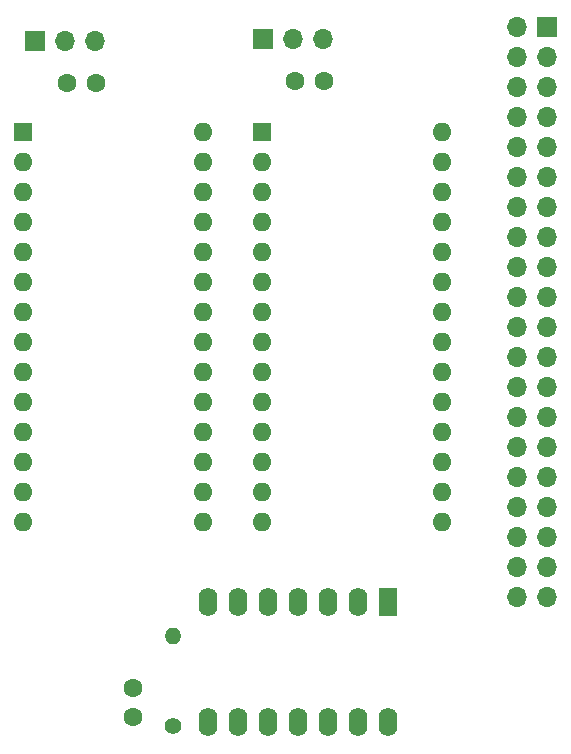
<source format=gts>
G04 #@! TF.GenerationSoftware,KiCad,Pcbnew,(6.0.1)*
G04 #@! TF.CreationDate,2022-09-17T15:50:42-04:00*
G04 #@! TF.ProjectId,LB-MEM-02,4c422d4d-454d-42d3-9032-2e6b69636164,1*
G04 #@! TF.SameCoordinates,Original*
G04 #@! TF.FileFunction,Soldermask,Top*
G04 #@! TF.FilePolarity,Negative*
%FSLAX46Y46*%
G04 Gerber Fmt 4.6, Leading zero omitted, Abs format (unit mm)*
G04 Created by KiCad (PCBNEW (6.0.1)) date 2022-09-17 15:50:42*
%MOMM*%
%LPD*%
G01*
G04 APERTURE LIST*
%ADD10C,1.400000*%
%ADD11O,1.400000X1.400000*%
%ADD12R,1.600000X1.600000*%
%ADD13O,1.600000X1.600000*%
%ADD14R,1.700000X1.700000*%
%ADD15O,1.700000X1.700000*%
%ADD16R,1.600000X2.400000*%
%ADD17O,1.600000X2.400000*%
%ADD18C,1.600000*%
G04 APERTURE END LIST*
D10*
X148209000Y-113792000D03*
D11*
X148209000Y-106172000D03*
D12*
X155702000Y-63500000D03*
D13*
X155702000Y-66040000D03*
X155702000Y-68580000D03*
X155702000Y-71120000D03*
X155702000Y-73660000D03*
X155702000Y-76200000D03*
X155702000Y-78740000D03*
X155702000Y-81280000D03*
X155702000Y-83820000D03*
X155702000Y-86360000D03*
X155702000Y-88900000D03*
X155702000Y-91440000D03*
X155702000Y-93980000D03*
X155702000Y-96520000D03*
X170942000Y-96520000D03*
X170942000Y-93980000D03*
X170942000Y-91440000D03*
X170942000Y-88900000D03*
X170942000Y-86360000D03*
X170942000Y-83820000D03*
X170942000Y-81280000D03*
X170942000Y-78740000D03*
X170942000Y-76200000D03*
X170942000Y-73660000D03*
X170942000Y-71120000D03*
X170942000Y-68580000D03*
X170942000Y-66040000D03*
X170942000Y-63500000D03*
D14*
X179890000Y-54615000D03*
D15*
X177350000Y-54615000D03*
X179890000Y-57155000D03*
X177350000Y-57155000D03*
X179890000Y-59695000D03*
X177350000Y-59695000D03*
X179890000Y-62235000D03*
X177350000Y-62235000D03*
X179890000Y-64775000D03*
X177350000Y-64775000D03*
X179890000Y-67315000D03*
X177350000Y-67315000D03*
X179890000Y-69855000D03*
X177350000Y-69855000D03*
X179890000Y-72395000D03*
X177350000Y-72395000D03*
X179890000Y-74935000D03*
X177350000Y-74935000D03*
X179890000Y-77475000D03*
X177350000Y-77475000D03*
X179890000Y-80015000D03*
X177350000Y-80015000D03*
X179890000Y-82555000D03*
X177350000Y-82555000D03*
X179890000Y-85095000D03*
X177350000Y-85095000D03*
X179890000Y-87635000D03*
X177350000Y-87635000D03*
X179890000Y-90175000D03*
X177350000Y-90175000D03*
X179890000Y-92715000D03*
X177350000Y-92715000D03*
X179890000Y-95255000D03*
X177350000Y-95255000D03*
X179890000Y-97795000D03*
X177350000Y-97795000D03*
X179890000Y-100335000D03*
X177350000Y-100335000D03*
X179890000Y-102875000D03*
X177350000Y-102875000D03*
D16*
X166375000Y-103256000D03*
D17*
X163835000Y-103256000D03*
X161295000Y-103256000D03*
X158755000Y-103256000D03*
X156215000Y-103256000D03*
X153675000Y-103256000D03*
X151135000Y-103256000D03*
X151135000Y-113416000D03*
X153675000Y-113416000D03*
X156215000Y-113416000D03*
X158755000Y-113416000D03*
X161295000Y-113416000D03*
X163835000Y-113416000D03*
X166375000Y-113416000D03*
D12*
X135507000Y-63500000D03*
D13*
X135507000Y-66040000D03*
X135507000Y-68580000D03*
X135507000Y-71120000D03*
X135507000Y-73660000D03*
X135507000Y-76200000D03*
X135507000Y-78740000D03*
X135507000Y-81280000D03*
X135507000Y-83820000D03*
X135507000Y-86360000D03*
X135507000Y-88900000D03*
X135507000Y-91440000D03*
X135507000Y-93980000D03*
X135507000Y-96520000D03*
X150747000Y-96520000D03*
X150747000Y-93980000D03*
X150747000Y-91440000D03*
X150747000Y-88900000D03*
X150747000Y-86360000D03*
X150747000Y-83820000D03*
X150747000Y-81280000D03*
X150747000Y-78740000D03*
X150747000Y-76200000D03*
X150747000Y-73660000D03*
X150747000Y-71120000D03*
X150747000Y-68580000D03*
X150747000Y-66040000D03*
X150747000Y-63500000D03*
D18*
X144780000Y-113030000D03*
X144780000Y-110530000D03*
X141712000Y-59309000D03*
X139212000Y-59309000D03*
D14*
X136540000Y-55753000D03*
D15*
X139080000Y-55753000D03*
X141620000Y-55753000D03*
D14*
X155844000Y-55626000D03*
D15*
X158384000Y-55626000D03*
X160924000Y-55626000D03*
D18*
X161016000Y-59182000D03*
X158516000Y-59182000D03*
M02*

</source>
